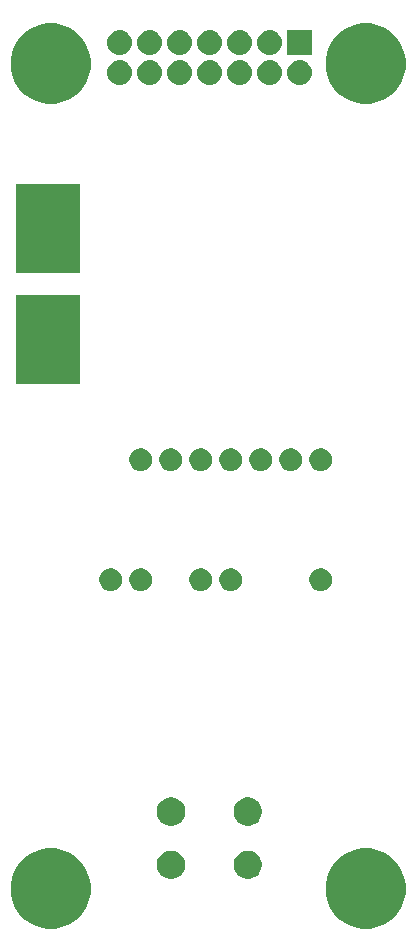
<source format=gbs>
G04 #@! TF.GenerationSoftware,KiCad,Pcbnew,5.0.1-33cea8e~68~ubuntu14.04.1*
G04 #@! TF.CreationDate,2018-11-20T22:43:19-08:00*
G04 #@! TF.ProjectId,count,636F756E742E6B696361645F70636200,rev?*
G04 #@! TF.SameCoordinates,Original*
G04 #@! TF.FileFunction,Soldermask,Bot*
G04 #@! TF.FilePolarity,Negative*
%FSLAX46Y46*%
G04 Gerber Fmt 4.6, Leading zero omitted, Abs format (unit mm)*
G04 Created by KiCad (PCBNEW 5.0.1-33cea8e~68~ubuntu14.04.1) date Tue 20 Nov 2018 10:43:19 PM PST*
%MOMM*%
%LPD*%
G01*
G04 APERTURE LIST*
%ADD10C,0.100000*%
G04 APERTURE END LIST*
D10*
G36*
X155677743Y-163354660D02*
X156296503Y-163610958D01*
X156853377Y-163983050D01*
X157326950Y-164456623D01*
X157699042Y-165013497D01*
X157955340Y-165632257D01*
X158086000Y-166289128D01*
X158086000Y-166958872D01*
X157955340Y-167615743D01*
X157699042Y-168234503D01*
X157326950Y-168791377D01*
X156853377Y-169264950D01*
X156296503Y-169637042D01*
X155677743Y-169893340D01*
X155020872Y-170024000D01*
X154351128Y-170024000D01*
X153694257Y-169893340D01*
X153075497Y-169637042D01*
X152518623Y-169264950D01*
X152045050Y-168791377D01*
X151672958Y-168234503D01*
X151416660Y-167615743D01*
X151286000Y-166958872D01*
X151286000Y-166289128D01*
X151416660Y-165632257D01*
X151672958Y-165013497D01*
X152045050Y-164456623D01*
X152518623Y-163983050D01*
X153075497Y-163610958D01*
X153694257Y-163354660D01*
X154351128Y-163224000D01*
X155020872Y-163224000D01*
X155677743Y-163354660D01*
X155677743Y-163354660D01*
G37*
G36*
X129007743Y-163354660D02*
X129626503Y-163610958D01*
X130183377Y-163983050D01*
X130656950Y-164456623D01*
X131029042Y-165013497D01*
X131285340Y-165632257D01*
X131416000Y-166289128D01*
X131416000Y-166958872D01*
X131285340Y-167615743D01*
X131029042Y-168234503D01*
X130656950Y-168791377D01*
X130183377Y-169264950D01*
X129626503Y-169637042D01*
X129007743Y-169893340D01*
X128350872Y-170024000D01*
X127681128Y-170024000D01*
X127024257Y-169893340D01*
X126405497Y-169637042D01*
X125848623Y-169264950D01*
X125375050Y-168791377D01*
X125002958Y-168234503D01*
X124746660Y-167615743D01*
X124616000Y-166958872D01*
X124616000Y-166289128D01*
X124746660Y-165632257D01*
X125002958Y-165013497D01*
X125375050Y-164456623D01*
X125848623Y-163983050D01*
X126405497Y-163610958D01*
X127024257Y-163354660D01*
X127681128Y-163224000D01*
X128350872Y-163224000D01*
X129007743Y-163354660D01*
X129007743Y-163354660D01*
G37*
G36*
X138550026Y-163446115D02*
X138768412Y-163536573D01*
X138964958Y-163667901D01*
X139132099Y-163835042D01*
X139263427Y-164031588D01*
X139353885Y-164249974D01*
X139400000Y-164481809D01*
X139400000Y-164718191D01*
X139353885Y-164950026D01*
X139263427Y-165168412D01*
X139132099Y-165364958D01*
X138964958Y-165532099D01*
X138768412Y-165663427D01*
X138550026Y-165753885D01*
X138318191Y-165800000D01*
X138081809Y-165800000D01*
X137849974Y-165753885D01*
X137631588Y-165663427D01*
X137435042Y-165532099D01*
X137267901Y-165364958D01*
X137136573Y-165168412D01*
X137046115Y-164950026D01*
X137000000Y-164718191D01*
X137000000Y-164481809D01*
X137046115Y-164249974D01*
X137136573Y-164031588D01*
X137267901Y-163835042D01*
X137435042Y-163667901D01*
X137631588Y-163536573D01*
X137849974Y-163446115D01*
X138081809Y-163400000D01*
X138318191Y-163400000D01*
X138550026Y-163446115D01*
X138550026Y-163446115D01*
G37*
G36*
X145050026Y-163446115D02*
X145268412Y-163536573D01*
X145464958Y-163667901D01*
X145632099Y-163835042D01*
X145763427Y-164031588D01*
X145853885Y-164249974D01*
X145900000Y-164481809D01*
X145900000Y-164718191D01*
X145853885Y-164950026D01*
X145763427Y-165168412D01*
X145632099Y-165364958D01*
X145464958Y-165532099D01*
X145268412Y-165663427D01*
X145050026Y-165753885D01*
X144818191Y-165800000D01*
X144581809Y-165800000D01*
X144349974Y-165753885D01*
X144131588Y-165663427D01*
X143935042Y-165532099D01*
X143767901Y-165364958D01*
X143636573Y-165168412D01*
X143546115Y-164950026D01*
X143500000Y-164718191D01*
X143500000Y-164481809D01*
X143546115Y-164249974D01*
X143636573Y-164031588D01*
X143767901Y-163835042D01*
X143935042Y-163667901D01*
X144131588Y-163536573D01*
X144349974Y-163446115D01*
X144581809Y-163400000D01*
X144818191Y-163400000D01*
X145050026Y-163446115D01*
X145050026Y-163446115D01*
G37*
G36*
X138550026Y-158946115D02*
X138768412Y-159036573D01*
X138964958Y-159167901D01*
X139132099Y-159335042D01*
X139263427Y-159531588D01*
X139353885Y-159749974D01*
X139400000Y-159981809D01*
X139400000Y-160218191D01*
X139353885Y-160450026D01*
X139263427Y-160668412D01*
X139132099Y-160864958D01*
X138964958Y-161032099D01*
X138768412Y-161163427D01*
X138550026Y-161253885D01*
X138318191Y-161300000D01*
X138081809Y-161300000D01*
X137849974Y-161253885D01*
X137631588Y-161163427D01*
X137435042Y-161032099D01*
X137267901Y-160864958D01*
X137136573Y-160668412D01*
X137046115Y-160450026D01*
X137000000Y-160218191D01*
X137000000Y-159981809D01*
X137046115Y-159749974D01*
X137136573Y-159531588D01*
X137267901Y-159335042D01*
X137435042Y-159167901D01*
X137631588Y-159036573D01*
X137849974Y-158946115D01*
X138081809Y-158900000D01*
X138318191Y-158900000D01*
X138550026Y-158946115D01*
X138550026Y-158946115D01*
G37*
G36*
X145050026Y-158946115D02*
X145268412Y-159036573D01*
X145464958Y-159167901D01*
X145632099Y-159335042D01*
X145763427Y-159531588D01*
X145853885Y-159749974D01*
X145900000Y-159981809D01*
X145900000Y-160218191D01*
X145853885Y-160450026D01*
X145763427Y-160668412D01*
X145632099Y-160864958D01*
X145464958Y-161032099D01*
X145268412Y-161163427D01*
X145050026Y-161253885D01*
X144818191Y-161300000D01*
X144581809Y-161300000D01*
X144349974Y-161253885D01*
X144131588Y-161163427D01*
X143935042Y-161032099D01*
X143767901Y-160864958D01*
X143636573Y-160668412D01*
X143546115Y-160450026D01*
X143500000Y-160218191D01*
X143500000Y-159981809D01*
X143546115Y-159749974D01*
X143636573Y-159531588D01*
X143767901Y-159335042D01*
X143935042Y-159167901D01*
X144131588Y-159036573D01*
X144349974Y-158946115D01*
X144581809Y-158900000D01*
X144818191Y-158900000D01*
X145050026Y-158946115D01*
X145050026Y-158946115D01*
G37*
G36*
X133376603Y-139536968D02*
X133376606Y-139536969D01*
X133376605Y-139536969D01*
X133551678Y-139609486D01*
X133551679Y-139609487D01*
X133709241Y-139714767D01*
X133843233Y-139848759D01*
X133843234Y-139848761D01*
X133948514Y-140006322D01*
X134004603Y-140141734D01*
X134021032Y-140181397D01*
X134058000Y-140367250D01*
X134058000Y-140556750D01*
X134021032Y-140742603D01*
X134021031Y-140742605D01*
X133948514Y-140917678D01*
X133948513Y-140917679D01*
X133843233Y-141075241D01*
X133709241Y-141209233D01*
X133629923Y-141262232D01*
X133551678Y-141314514D01*
X133416266Y-141370603D01*
X133376603Y-141387032D01*
X133190750Y-141424000D01*
X133001250Y-141424000D01*
X132815397Y-141387032D01*
X132775734Y-141370603D01*
X132640322Y-141314514D01*
X132562077Y-141262232D01*
X132482759Y-141209233D01*
X132348767Y-141075241D01*
X132243487Y-140917679D01*
X132243486Y-140917678D01*
X132170969Y-140742605D01*
X132170968Y-140742603D01*
X132134000Y-140556750D01*
X132134000Y-140367250D01*
X132170968Y-140181397D01*
X132187397Y-140141734D01*
X132243486Y-140006322D01*
X132348766Y-139848761D01*
X132348767Y-139848759D01*
X132482759Y-139714767D01*
X132640321Y-139609487D01*
X132640322Y-139609486D01*
X132815395Y-139536969D01*
X132815394Y-139536969D01*
X132815397Y-139536968D01*
X133001250Y-139500000D01*
X133190750Y-139500000D01*
X133376603Y-139536968D01*
X133376603Y-139536968D01*
G37*
G36*
X135916603Y-139536968D02*
X135916606Y-139536969D01*
X135916605Y-139536969D01*
X136091678Y-139609486D01*
X136091679Y-139609487D01*
X136249241Y-139714767D01*
X136383233Y-139848759D01*
X136383234Y-139848761D01*
X136488514Y-140006322D01*
X136544603Y-140141734D01*
X136561032Y-140181397D01*
X136598000Y-140367250D01*
X136598000Y-140556750D01*
X136561032Y-140742603D01*
X136561031Y-140742605D01*
X136488514Y-140917678D01*
X136488513Y-140917679D01*
X136383233Y-141075241D01*
X136249241Y-141209233D01*
X136169923Y-141262232D01*
X136091678Y-141314514D01*
X135956266Y-141370603D01*
X135916603Y-141387032D01*
X135730750Y-141424000D01*
X135541250Y-141424000D01*
X135355397Y-141387032D01*
X135315734Y-141370603D01*
X135180322Y-141314514D01*
X135102077Y-141262232D01*
X135022759Y-141209233D01*
X134888767Y-141075241D01*
X134783487Y-140917679D01*
X134783486Y-140917678D01*
X134710969Y-140742605D01*
X134710968Y-140742603D01*
X134674000Y-140556750D01*
X134674000Y-140367250D01*
X134710968Y-140181397D01*
X134727397Y-140141734D01*
X134783486Y-140006322D01*
X134888766Y-139848761D01*
X134888767Y-139848759D01*
X135022759Y-139714767D01*
X135180321Y-139609487D01*
X135180322Y-139609486D01*
X135355395Y-139536969D01*
X135355394Y-139536969D01*
X135355397Y-139536968D01*
X135541250Y-139500000D01*
X135730750Y-139500000D01*
X135916603Y-139536968D01*
X135916603Y-139536968D01*
G37*
G36*
X140996603Y-139536968D02*
X140996606Y-139536969D01*
X140996605Y-139536969D01*
X141171678Y-139609486D01*
X141171679Y-139609487D01*
X141329241Y-139714767D01*
X141463233Y-139848759D01*
X141463234Y-139848761D01*
X141568514Y-140006322D01*
X141624603Y-140141734D01*
X141641032Y-140181397D01*
X141678000Y-140367250D01*
X141678000Y-140556750D01*
X141641032Y-140742603D01*
X141641031Y-140742605D01*
X141568514Y-140917678D01*
X141568513Y-140917679D01*
X141463233Y-141075241D01*
X141329241Y-141209233D01*
X141249923Y-141262232D01*
X141171678Y-141314514D01*
X141036266Y-141370603D01*
X140996603Y-141387032D01*
X140810750Y-141424000D01*
X140621250Y-141424000D01*
X140435397Y-141387032D01*
X140395734Y-141370603D01*
X140260322Y-141314514D01*
X140182077Y-141262232D01*
X140102759Y-141209233D01*
X139968767Y-141075241D01*
X139863487Y-140917679D01*
X139863486Y-140917678D01*
X139790969Y-140742605D01*
X139790968Y-140742603D01*
X139754000Y-140556750D01*
X139754000Y-140367250D01*
X139790968Y-140181397D01*
X139807397Y-140141734D01*
X139863486Y-140006322D01*
X139968766Y-139848761D01*
X139968767Y-139848759D01*
X140102759Y-139714767D01*
X140260321Y-139609487D01*
X140260322Y-139609486D01*
X140435395Y-139536969D01*
X140435394Y-139536969D01*
X140435397Y-139536968D01*
X140621250Y-139500000D01*
X140810750Y-139500000D01*
X140996603Y-139536968D01*
X140996603Y-139536968D01*
G37*
G36*
X143536603Y-139536968D02*
X143536606Y-139536969D01*
X143536605Y-139536969D01*
X143711678Y-139609486D01*
X143711679Y-139609487D01*
X143869241Y-139714767D01*
X144003233Y-139848759D01*
X144003234Y-139848761D01*
X144108514Y-140006322D01*
X144164603Y-140141734D01*
X144181032Y-140181397D01*
X144218000Y-140367250D01*
X144218000Y-140556750D01*
X144181032Y-140742603D01*
X144181031Y-140742605D01*
X144108514Y-140917678D01*
X144108513Y-140917679D01*
X144003233Y-141075241D01*
X143869241Y-141209233D01*
X143789923Y-141262232D01*
X143711678Y-141314514D01*
X143576266Y-141370603D01*
X143536603Y-141387032D01*
X143350750Y-141424000D01*
X143161250Y-141424000D01*
X142975397Y-141387032D01*
X142935734Y-141370603D01*
X142800322Y-141314514D01*
X142722077Y-141262232D01*
X142642759Y-141209233D01*
X142508767Y-141075241D01*
X142403487Y-140917679D01*
X142403486Y-140917678D01*
X142330969Y-140742605D01*
X142330968Y-140742603D01*
X142294000Y-140556750D01*
X142294000Y-140367250D01*
X142330968Y-140181397D01*
X142347397Y-140141734D01*
X142403486Y-140006322D01*
X142508766Y-139848761D01*
X142508767Y-139848759D01*
X142642759Y-139714767D01*
X142800321Y-139609487D01*
X142800322Y-139609486D01*
X142975395Y-139536969D01*
X142975394Y-139536969D01*
X142975397Y-139536968D01*
X143161250Y-139500000D01*
X143350750Y-139500000D01*
X143536603Y-139536968D01*
X143536603Y-139536968D01*
G37*
G36*
X151156603Y-139536968D02*
X151156606Y-139536969D01*
X151156605Y-139536969D01*
X151331678Y-139609486D01*
X151331679Y-139609487D01*
X151489241Y-139714767D01*
X151623233Y-139848759D01*
X151623234Y-139848761D01*
X151728514Y-140006322D01*
X151784603Y-140141734D01*
X151801032Y-140181397D01*
X151838000Y-140367250D01*
X151838000Y-140556750D01*
X151801032Y-140742603D01*
X151801031Y-140742605D01*
X151728514Y-140917678D01*
X151728513Y-140917679D01*
X151623233Y-141075241D01*
X151489241Y-141209233D01*
X151409923Y-141262232D01*
X151331678Y-141314514D01*
X151196266Y-141370603D01*
X151156603Y-141387032D01*
X150970750Y-141424000D01*
X150781250Y-141424000D01*
X150595397Y-141387032D01*
X150555734Y-141370603D01*
X150420322Y-141314514D01*
X150342077Y-141262232D01*
X150262759Y-141209233D01*
X150128767Y-141075241D01*
X150023487Y-140917679D01*
X150023486Y-140917678D01*
X149950969Y-140742605D01*
X149950968Y-140742603D01*
X149914000Y-140556750D01*
X149914000Y-140367250D01*
X149950968Y-140181397D01*
X149967397Y-140141734D01*
X150023486Y-140006322D01*
X150128766Y-139848761D01*
X150128767Y-139848759D01*
X150262759Y-139714767D01*
X150420321Y-139609487D01*
X150420322Y-139609486D01*
X150595395Y-139536969D01*
X150595394Y-139536969D01*
X150595397Y-139536968D01*
X150781250Y-139500000D01*
X150970750Y-139500000D01*
X151156603Y-139536968D01*
X151156603Y-139536968D01*
G37*
G36*
X140996603Y-129376968D02*
X140996606Y-129376969D01*
X140996605Y-129376969D01*
X141171678Y-129449486D01*
X141171679Y-129449487D01*
X141329241Y-129554767D01*
X141463233Y-129688759D01*
X141463234Y-129688761D01*
X141568514Y-129846322D01*
X141624603Y-129981734D01*
X141641032Y-130021397D01*
X141678000Y-130207250D01*
X141678000Y-130396750D01*
X141641032Y-130582603D01*
X141641031Y-130582605D01*
X141568514Y-130757678D01*
X141568513Y-130757679D01*
X141463233Y-130915241D01*
X141329241Y-131049233D01*
X141249923Y-131102232D01*
X141171678Y-131154514D01*
X141036266Y-131210603D01*
X140996603Y-131227032D01*
X140810750Y-131264000D01*
X140621250Y-131264000D01*
X140435397Y-131227032D01*
X140395734Y-131210603D01*
X140260322Y-131154514D01*
X140182077Y-131102232D01*
X140102759Y-131049233D01*
X139968767Y-130915241D01*
X139863487Y-130757679D01*
X139863486Y-130757678D01*
X139790969Y-130582605D01*
X139790968Y-130582603D01*
X139754000Y-130396750D01*
X139754000Y-130207250D01*
X139790968Y-130021397D01*
X139807397Y-129981734D01*
X139863486Y-129846322D01*
X139968766Y-129688761D01*
X139968767Y-129688759D01*
X140102759Y-129554767D01*
X140260321Y-129449487D01*
X140260322Y-129449486D01*
X140435395Y-129376969D01*
X140435394Y-129376969D01*
X140435397Y-129376968D01*
X140621250Y-129340000D01*
X140810750Y-129340000D01*
X140996603Y-129376968D01*
X140996603Y-129376968D01*
G37*
G36*
X151156603Y-129376968D02*
X151156606Y-129376969D01*
X151156605Y-129376969D01*
X151331678Y-129449486D01*
X151331679Y-129449487D01*
X151489241Y-129554767D01*
X151623233Y-129688759D01*
X151623234Y-129688761D01*
X151728514Y-129846322D01*
X151784603Y-129981734D01*
X151801032Y-130021397D01*
X151838000Y-130207250D01*
X151838000Y-130396750D01*
X151801032Y-130582603D01*
X151801031Y-130582605D01*
X151728514Y-130757678D01*
X151728513Y-130757679D01*
X151623233Y-130915241D01*
X151489241Y-131049233D01*
X151409923Y-131102232D01*
X151331678Y-131154514D01*
X151196266Y-131210603D01*
X151156603Y-131227032D01*
X150970750Y-131264000D01*
X150781250Y-131264000D01*
X150595397Y-131227032D01*
X150555734Y-131210603D01*
X150420322Y-131154514D01*
X150342077Y-131102232D01*
X150262759Y-131049233D01*
X150128767Y-130915241D01*
X150023487Y-130757679D01*
X150023486Y-130757678D01*
X149950969Y-130582605D01*
X149950968Y-130582603D01*
X149914000Y-130396750D01*
X149914000Y-130207250D01*
X149950968Y-130021397D01*
X149967397Y-129981734D01*
X150023486Y-129846322D01*
X150128766Y-129688761D01*
X150128767Y-129688759D01*
X150262759Y-129554767D01*
X150420321Y-129449487D01*
X150420322Y-129449486D01*
X150595395Y-129376969D01*
X150595394Y-129376969D01*
X150595397Y-129376968D01*
X150781250Y-129340000D01*
X150970750Y-129340000D01*
X151156603Y-129376968D01*
X151156603Y-129376968D01*
G37*
G36*
X148616603Y-129376968D02*
X148616606Y-129376969D01*
X148616605Y-129376969D01*
X148791678Y-129449486D01*
X148791679Y-129449487D01*
X148949241Y-129554767D01*
X149083233Y-129688759D01*
X149083234Y-129688761D01*
X149188514Y-129846322D01*
X149244603Y-129981734D01*
X149261032Y-130021397D01*
X149298000Y-130207250D01*
X149298000Y-130396750D01*
X149261032Y-130582603D01*
X149261031Y-130582605D01*
X149188514Y-130757678D01*
X149188513Y-130757679D01*
X149083233Y-130915241D01*
X148949241Y-131049233D01*
X148869923Y-131102232D01*
X148791678Y-131154514D01*
X148656266Y-131210603D01*
X148616603Y-131227032D01*
X148430750Y-131264000D01*
X148241250Y-131264000D01*
X148055397Y-131227032D01*
X148015734Y-131210603D01*
X147880322Y-131154514D01*
X147802077Y-131102232D01*
X147722759Y-131049233D01*
X147588767Y-130915241D01*
X147483487Y-130757679D01*
X147483486Y-130757678D01*
X147410969Y-130582605D01*
X147410968Y-130582603D01*
X147374000Y-130396750D01*
X147374000Y-130207250D01*
X147410968Y-130021397D01*
X147427397Y-129981734D01*
X147483486Y-129846322D01*
X147588766Y-129688761D01*
X147588767Y-129688759D01*
X147722759Y-129554767D01*
X147880321Y-129449487D01*
X147880322Y-129449486D01*
X148055395Y-129376969D01*
X148055394Y-129376969D01*
X148055397Y-129376968D01*
X148241250Y-129340000D01*
X148430750Y-129340000D01*
X148616603Y-129376968D01*
X148616603Y-129376968D01*
G37*
G36*
X146076603Y-129376968D02*
X146076606Y-129376969D01*
X146076605Y-129376969D01*
X146251678Y-129449486D01*
X146251679Y-129449487D01*
X146409241Y-129554767D01*
X146543233Y-129688759D01*
X146543234Y-129688761D01*
X146648514Y-129846322D01*
X146704603Y-129981734D01*
X146721032Y-130021397D01*
X146758000Y-130207250D01*
X146758000Y-130396750D01*
X146721032Y-130582603D01*
X146721031Y-130582605D01*
X146648514Y-130757678D01*
X146648513Y-130757679D01*
X146543233Y-130915241D01*
X146409241Y-131049233D01*
X146329923Y-131102232D01*
X146251678Y-131154514D01*
X146116266Y-131210603D01*
X146076603Y-131227032D01*
X145890750Y-131264000D01*
X145701250Y-131264000D01*
X145515397Y-131227032D01*
X145475734Y-131210603D01*
X145340322Y-131154514D01*
X145262077Y-131102232D01*
X145182759Y-131049233D01*
X145048767Y-130915241D01*
X144943487Y-130757679D01*
X144943486Y-130757678D01*
X144870969Y-130582605D01*
X144870968Y-130582603D01*
X144834000Y-130396750D01*
X144834000Y-130207250D01*
X144870968Y-130021397D01*
X144887397Y-129981734D01*
X144943486Y-129846322D01*
X145048766Y-129688761D01*
X145048767Y-129688759D01*
X145182759Y-129554767D01*
X145340321Y-129449487D01*
X145340322Y-129449486D01*
X145515395Y-129376969D01*
X145515394Y-129376969D01*
X145515397Y-129376968D01*
X145701250Y-129340000D01*
X145890750Y-129340000D01*
X146076603Y-129376968D01*
X146076603Y-129376968D01*
G37*
G36*
X143536603Y-129376968D02*
X143536606Y-129376969D01*
X143536605Y-129376969D01*
X143711678Y-129449486D01*
X143711679Y-129449487D01*
X143869241Y-129554767D01*
X144003233Y-129688759D01*
X144003234Y-129688761D01*
X144108514Y-129846322D01*
X144164603Y-129981734D01*
X144181032Y-130021397D01*
X144218000Y-130207250D01*
X144218000Y-130396750D01*
X144181032Y-130582603D01*
X144181031Y-130582605D01*
X144108514Y-130757678D01*
X144108513Y-130757679D01*
X144003233Y-130915241D01*
X143869241Y-131049233D01*
X143789923Y-131102232D01*
X143711678Y-131154514D01*
X143576266Y-131210603D01*
X143536603Y-131227032D01*
X143350750Y-131264000D01*
X143161250Y-131264000D01*
X142975397Y-131227032D01*
X142935734Y-131210603D01*
X142800322Y-131154514D01*
X142722077Y-131102232D01*
X142642759Y-131049233D01*
X142508767Y-130915241D01*
X142403487Y-130757679D01*
X142403486Y-130757678D01*
X142330969Y-130582605D01*
X142330968Y-130582603D01*
X142294000Y-130396750D01*
X142294000Y-130207250D01*
X142330968Y-130021397D01*
X142347397Y-129981734D01*
X142403486Y-129846322D01*
X142508766Y-129688761D01*
X142508767Y-129688759D01*
X142642759Y-129554767D01*
X142800321Y-129449487D01*
X142800322Y-129449486D01*
X142975395Y-129376969D01*
X142975394Y-129376969D01*
X142975397Y-129376968D01*
X143161250Y-129340000D01*
X143350750Y-129340000D01*
X143536603Y-129376968D01*
X143536603Y-129376968D01*
G37*
G36*
X138456603Y-129376968D02*
X138456606Y-129376969D01*
X138456605Y-129376969D01*
X138631678Y-129449486D01*
X138631679Y-129449487D01*
X138789241Y-129554767D01*
X138923233Y-129688759D01*
X138923234Y-129688761D01*
X139028514Y-129846322D01*
X139084603Y-129981734D01*
X139101032Y-130021397D01*
X139138000Y-130207250D01*
X139138000Y-130396750D01*
X139101032Y-130582603D01*
X139101031Y-130582605D01*
X139028514Y-130757678D01*
X139028513Y-130757679D01*
X138923233Y-130915241D01*
X138789241Y-131049233D01*
X138709923Y-131102232D01*
X138631678Y-131154514D01*
X138496266Y-131210603D01*
X138456603Y-131227032D01*
X138270750Y-131264000D01*
X138081250Y-131264000D01*
X137895397Y-131227032D01*
X137855734Y-131210603D01*
X137720322Y-131154514D01*
X137642077Y-131102232D01*
X137562759Y-131049233D01*
X137428767Y-130915241D01*
X137323487Y-130757679D01*
X137323486Y-130757678D01*
X137250969Y-130582605D01*
X137250968Y-130582603D01*
X137214000Y-130396750D01*
X137214000Y-130207250D01*
X137250968Y-130021397D01*
X137267397Y-129981734D01*
X137323486Y-129846322D01*
X137428766Y-129688761D01*
X137428767Y-129688759D01*
X137562759Y-129554767D01*
X137720321Y-129449487D01*
X137720322Y-129449486D01*
X137895395Y-129376969D01*
X137895394Y-129376969D01*
X137895397Y-129376968D01*
X138081250Y-129340000D01*
X138270750Y-129340000D01*
X138456603Y-129376968D01*
X138456603Y-129376968D01*
G37*
G36*
X135916603Y-129376968D02*
X135916606Y-129376969D01*
X135916605Y-129376969D01*
X136091678Y-129449486D01*
X136091679Y-129449487D01*
X136249241Y-129554767D01*
X136383233Y-129688759D01*
X136383234Y-129688761D01*
X136488514Y-129846322D01*
X136544603Y-129981734D01*
X136561032Y-130021397D01*
X136598000Y-130207250D01*
X136598000Y-130396750D01*
X136561032Y-130582603D01*
X136561031Y-130582605D01*
X136488514Y-130757678D01*
X136488513Y-130757679D01*
X136383233Y-130915241D01*
X136249241Y-131049233D01*
X136169923Y-131102232D01*
X136091678Y-131154514D01*
X135956266Y-131210603D01*
X135916603Y-131227032D01*
X135730750Y-131264000D01*
X135541250Y-131264000D01*
X135355397Y-131227032D01*
X135315734Y-131210603D01*
X135180322Y-131154514D01*
X135102077Y-131102232D01*
X135022759Y-131049233D01*
X134888767Y-130915241D01*
X134783487Y-130757679D01*
X134783486Y-130757678D01*
X134710969Y-130582605D01*
X134710968Y-130582603D01*
X134674000Y-130396750D01*
X134674000Y-130207250D01*
X134710968Y-130021397D01*
X134727397Y-129981734D01*
X134783486Y-129846322D01*
X134888766Y-129688761D01*
X134888767Y-129688759D01*
X135022759Y-129554767D01*
X135180321Y-129449487D01*
X135180322Y-129449486D01*
X135355395Y-129376969D01*
X135355394Y-129376969D01*
X135355397Y-129376968D01*
X135541250Y-129340000D01*
X135730750Y-129340000D01*
X135916603Y-129376968D01*
X135916603Y-129376968D01*
G37*
G36*
X130462000Y-123882000D02*
X125062000Y-123882000D01*
X125062000Y-116402000D01*
X130462000Y-116402000D01*
X130462000Y-123882000D01*
X130462000Y-123882000D01*
G37*
G36*
X130462000Y-114484000D02*
X125062000Y-114484000D01*
X125062000Y-107004000D01*
X130462000Y-107004000D01*
X130462000Y-114484000D01*
X130462000Y-114484000D01*
G37*
G36*
X129007743Y-93504660D02*
X129626503Y-93760958D01*
X130183377Y-94133050D01*
X130656950Y-94606623D01*
X131029042Y-95163497D01*
X131285340Y-95782257D01*
X131416000Y-96439128D01*
X131416000Y-97108872D01*
X131285340Y-97765743D01*
X131029042Y-98384503D01*
X130656950Y-98941377D01*
X130183377Y-99414950D01*
X129626503Y-99787042D01*
X129007743Y-100043340D01*
X128350872Y-100174000D01*
X127681128Y-100174000D01*
X127024257Y-100043340D01*
X126405497Y-99787042D01*
X125848623Y-99414950D01*
X125375050Y-98941377D01*
X125002958Y-98384503D01*
X124746660Y-97765743D01*
X124616000Y-97108872D01*
X124616000Y-96439128D01*
X124746660Y-95782257D01*
X125002958Y-95163497D01*
X125375050Y-94606623D01*
X125848623Y-94133050D01*
X126405497Y-93760958D01*
X127024257Y-93504660D01*
X127681128Y-93374000D01*
X128350872Y-93374000D01*
X129007743Y-93504660D01*
X129007743Y-93504660D01*
G37*
G36*
X155677743Y-93504660D02*
X156296503Y-93760958D01*
X156853377Y-94133050D01*
X157326950Y-94606623D01*
X157699042Y-95163497D01*
X157955340Y-95782257D01*
X158086000Y-96439128D01*
X158086000Y-97108872D01*
X157955340Y-97765743D01*
X157699042Y-98384503D01*
X157326950Y-98941377D01*
X156853377Y-99414950D01*
X156296503Y-99787042D01*
X155677743Y-100043340D01*
X155020872Y-100174000D01*
X154351128Y-100174000D01*
X153694257Y-100043340D01*
X153075497Y-99787042D01*
X152518623Y-99414950D01*
X152045050Y-98941377D01*
X151672958Y-98384503D01*
X151416660Y-97765743D01*
X151286000Y-97108872D01*
X151286000Y-96439128D01*
X151416660Y-95782257D01*
X151672958Y-95163497D01*
X152045050Y-94606623D01*
X152518623Y-94133050D01*
X153075497Y-93760958D01*
X153694257Y-93504660D01*
X154351128Y-93374000D01*
X155020872Y-93374000D01*
X155677743Y-93504660D01*
X155677743Y-93504660D01*
G37*
G36*
X139066707Y-96493596D02*
X139143836Y-96501193D01*
X139275787Y-96541220D01*
X139341763Y-96561233D01*
X139524172Y-96658733D01*
X139684054Y-96789946D01*
X139815267Y-96949828D01*
X139912767Y-97132237D01*
X139912767Y-97132238D01*
X139972807Y-97330164D01*
X139993080Y-97536000D01*
X139972807Y-97741836D01*
X139932780Y-97873787D01*
X139912767Y-97939763D01*
X139815267Y-98122172D01*
X139684054Y-98282054D01*
X139524172Y-98413267D01*
X139341763Y-98510767D01*
X139275787Y-98530780D01*
X139143836Y-98570807D01*
X139066707Y-98578403D01*
X138989580Y-98586000D01*
X138886420Y-98586000D01*
X138809293Y-98578403D01*
X138732164Y-98570807D01*
X138600213Y-98530780D01*
X138534237Y-98510767D01*
X138351828Y-98413267D01*
X138191946Y-98282054D01*
X138060733Y-98122172D01*
X137963233Y-97939763D01*
X137943220Y-97873787D01*
X137903193Y-97741836D01*
X137882920Y-97536000D01*
X137903193Y-97330164D01*
X137963233Y-97132238D01*
X137963233Y-97132237D01*
X138060733Y-96949828D01*
X138191946Y-96789946D01*
X138351828Y-96658733D01*
X138534237Y-96561233D01*
X138600213Y-96541220D01*
X138732164Y-96501193D01*
X138809293Y-96493596D01*
X138886420Y-96486000D01*
X138989580Y-96486000D01*
X139066707Y-96493596D01*
X139066707Y-96493596D01*
G37*
G36*
X149226707Y-96493596D02*
X149303836Y-96501193D01*
X149435787Y-96541220D01*
X149501763Y-96561233D01*
X149684172Y-96658733D01*
X149844054Y-96789946D01*
X149975267Y-96949828D01*
X150072767Y-97132237D01*
X150072767Y-97132238D01*
X150132807Y-97330164D01*
X150153080Y-97536000D01*
X150132807Y-97741836D01*
X150092780Y-97873787D01*
X150072767Y-97939763D01*
X149975267Y-98122172D01*
X149844054Y-98282054D01*
X149684172Y-98413267D01*
X149501763Y-98510767D01*
X149435787Y-98530780D01*
X149303836Y-98570807D01*
X149226707Y-98578403D01*
X149149580Y-98586000D01*
X149046420Y-98586000D01*
X148969293Y-98578403D01*
X148892164Y-98570807D01*
X148760213Y-98530780D01*
X148694237Y-98510767D01*
X148511828Y-98413267D01*
X148351946Y-98282054D01*
X148220733Y-98122172D01*
X148123233Y-97939763D01*
X148103220Y-97873787D01*
X148063193Y-97741836D01*
X148042920Y-97536000D01*
X148063193Y-97330164D01*
X148123233Y-97132238D01*
X148123233Y-97132237D01*
X148220733Y-96949828D01*
X148351946Y-96789946D01*
X148511828Y-96658733D01*
X148694237Y-96561233D01*
X148760213Y-96541220D01*
X148892164Y-96501193D01*
X148969293Y-96493596D01*
X149046420Y-96486000D01*
X149149580Y-96486000D01*
X149226707Y-96493596D01*
X149226707Y-96493596D01*
G37*
G36*
X146686707Y-96493596D02*
X146763836Y-96501193D01*
X146895787Y-96541220D01*
X146961763Y-96561233D01*
X147144172Y-96658733D01*
X147304054Y-96789946D01*
X147435267Y-96949828D01*
X147532767Y-97132237D01*
X147532767Y-97132238D01*
X147592807Y-97330164D01*
X147613080Y-97536000D01*
X147592807Y-97741836D01*
X147552780Y-97873787D01*
X147532767Y-97939763D01*
X147435267Y-98122172D01*
X147304054Y-98282054D01*
X147144172Y-98413267D01*
X146961763Y-98510767D01*
X146895787Y-98530780D01*
X146763836Y-98570807D01*
X146686707Y-98578403D01*
X146609580Y-98586000D01*
X146506420Y-98586000D01*
X146429293Y-98578403D01*
X146352164Y-98570807D01*
X146220213Y-98530780D01*
X146154237Y-98510767D01*
X145971828Y-98413267D01*
X145811946Y-98282054D01*
X145680733Y-98122172D01*
X145583233Y-97939763D01*
X145563220Y-97873787D01*
X145523193Y-97741836D01*
X145502920Y-97536000D01*
X145523193Y-97330164D01*
X145583233Y-97132238D01*
X145583233Y-97132237D01*
X145680733Y-96949828D01*
X145811946Y-96789946D01*
X145971828Y-96658733D01*
X146154237Y-96561233D01*
X146220213Y-96541220D01*
X146352164Y-96501193D01*
X146429293Y-96493596D01*
X146506420Y-96486000D01*
X146609580Y-96486000D01*
X146686707Y-96493596D01*
X146686707Y-96493596D01*
G37*
G36*
X133986707Y-96493596D02*
X134063836Y-96501193D01*
X134195787Y-96541220D01*
X134261763Y-96561233D01*
X134444172Y-96658733D01*
X134604054Y-96789946D01*
X134735267Y-96949828D01*
X134832767Y-97132237D01*
X134832767Y-97132238D01*
X134892807Y-97330164D01*
X134913080Y-97536000D01*
X134892807Y-97741836D01*
X134852780Y-97873787D01*
X134832767Y-97939763D01*
X134735267Y-98122172D01*
X134604054Y-98282054D01*
X134444172Y-98413267D01*
X134261763Y-98510767D01*
X134195787Y-98530780D01*
X134063836Y-98570807D01*
X133986707Y-98578403D01*
X133909580Y-98586000D01*
X133806420Y-98586000D01*
X133729293Y-98578403D01*
X133652164Y-98570807D01*
X133520213Y-98530780D01*
X133454237Y-98510767D01*
X133271828Y-98413267D01*
X133111946Y-98282054D01*
X132980733Y-98122172D01*
X132883233Y-97939763D01*
X132863220Y-97873787D01*
X132823193Y-97741836D01*
X132802920Y-97536000D01*
X132823193Y-97330164D01*
X132883233Y-97132238D01*
X132883233Y-97132237D01*
X132980733Y-96949828D01*
X133111946Y-96789946D01*
X133271828Y-96658733D01*
X133454237Y-96561233D01*
X133520213Y-96541220D01*
X133652164Y-96501193D01*
X133729293Y-96493596D01*
X133806420Y-96486000D01*
X133909580Y-96486000D01*
X133986707Y-96493596D01*
X133986707Y-96493596D01*
G37*
G36*
X144146707Y-96493596D02*
X144223836Y-96501193D01*
X144355787Y-96541220D01*
X144421763Y-96561233D01*
X144604172Y-96658733D01*
X144764054Y-96789946D01*
X144895267Y-96949828D01*
X144992767Y-97132237D01*
X144992767Y-97132238D01*
X145052807Y-97330164D01*
X145073080Y-97536000D01*
X145052807Y-97741836D01*
X145012780Y-97873787D01*
X144992767Y-97939763D01*
X144895267Y-98122172D01*
X144764054Y-98282054D01*
X144604172Y-98413267D01*
X144421763Y-98510767D01*
X144355787Y-98530780D01*
X144223836Y-98570807D01*
X144146707Y-98578403D01*
X144069580Y-98586000D01*
X143966420Y-98586000D01*
X143889293Y-98578403D01*
X143812164Y-98570807D01*
X143680213Y-98530780D01*
X143614237Y-98510767D01*
X143431828Y-98413267D01*
X143271946Y-98282054D01*
X143140733Y-98122172D01*
X143043233Y-97939763D01*
X143023220Y-97873787D01*
X142983193Y-97741836D01*
X142962920Y-97536000D01*
X142983193Y-97330164D01*
X143043233Y-97132238D01*
X143043233Y-97132237D01*
X143140733Y-96949828D01*
X143271946Y-96789946D01*
X143431828Y-96658733D01*
X143614237Y-96561233D01*
X143680213Y-96541220D01*
X143812164Y-96501193D01*
X143889293Y-96493596D01*
X143966420Y-96486000D01*
X144069580Y-96486000D01*
X144146707Y-96493596D01*
X144146707Y-96493596D01*
G37*
G36*
X141606707Y-96493596D02*
X141683836Y-96501193D01*
X141815787Y-96541220D01*
X141881763Y-96561233D01*
X142064172Y-96658733D01*
X142224054Y-96789946D01*
X142355267Y-96949828D01*
X142452767Y-97132237D01*
X142452767Y-97132238D01*
X142512807Y-97330164D01*
X142533080Y-97536000D01*
X142512807Y-97741836D01*
X142472780Y-97873787D01*
X142452767Y-97939763D01*
X142355267Y-98122172D01*
X142224054Y-98282054D01*
X142064172Y-98413267D01*
X141881763Y-98510767D01*
X141815787Y-98530780D01*
X141683836Y-98570807D01*
X141606707Y-98578403D01*
X141529580Y-98586000D01*
X141426420Y-98586000D01*
X141349293Y-98578403D01*
X141272164Y-98570807D01*
X141140213Y-98530780D01*
X141074237Y-98510767D01*
X140891828Y-98413267D01*
X140731946Y-98282054D01*
X140600733Y-98122172D01*
X140503233Y-97939763D01*
X140483220Y-97873787D01*
X140443193Y-97741836D01*
X140422920Y-97536000D01*
X140443193Y-97330164D01*
X140503233Y-97132238D01*
X140503233Y-97132237D01*
X140600733Y-96949828D01*
X140731946Y-96789946D01*
X140891828Y-96658733D01*
X141074237Y-96561233D01*
X141140213Y-96541220D01*
X141272164Y-96501193D01*
X141349293Y-96493596D01*
X141426420Y-96486000D01*
X141529580Y-96486000D01*
X141606707Y-96493596D01*
X141606707Y-96493596D01*
G37*
G36*
X136526707Y-96493596D02*
X136603836Y-96501193D01*
X136735787Y-96541220D01*
X136801763Y-96561233D01*
X136984172Y-96658733D01*
X137144054Y-96789946D01*
X137275267Y-96949828D01*
X137372767Y-97132237D01*
X137372767Y-97132238D01*
X137432807Y-97330164D01*
X137453080Y-97536000D01*
X137432807Y-97741836D01*
X137392780Y-97873787D01*
X137372767Y-97939763D01*
X137275267Y-98122172D01*
X137144054Y-98282054D01*
X136984172Y-98413267D01*
X136801763Y-98510767D01*
X136735787Y-98530780D01*
X136603836Y-98570807D01*
X136526707Y-98578403D01*
X136449580Y-98586000D01*
X136346420Y-98586000D01*
X136269293Y-98578403D01*
X136192164Y-98570807D01*
X136060213Y-98530780D01*
X135994237Y-98510767D01*
X135811828Y-98413267D01*
X135651946Y-98282054D01*
X135520733Y-98122172D01*
X135423233Y-97939763D01*
X135403220Y-97873787D01*
X135363193Y-97741836D01*
X135342920Y-97536000D01*
X135363193Y-97330164D01*
X135423233Y-97132238D01*
X135423233Y-97132237D01*
X135520733Y-96949828D01*
X135651946Y-96789946D01*
X135811828Y-96658733D01*
X135994237Y-96561233D01*
X136060213Y-96541220D01*
X136192164Y-96501193D01*
X136269293Y-96493596D01*
X136346420Y-96486000D01*
X136449580Y-96486000D01*
X136526707Y-96493596D01*
X136526707Y-96493596D01*
G37*
G36*
X133986707Y-93953597D02*
X134063836Y-93961193D01*
X134195787Y-94001220D01*
X134261763Y-94021233D01*
X134444172Y-94118733D01*
X134604054Y-94249946D01*
X134735267Y-94409828D01*
X134832767Y-94592237D01*
X134832767Y-94592238D01*
X134892807Y-94790164D01*
X134913080Y-94996000D01*
X134892807Y-95201836D01*
X134852780Y-95333787D01*
X134832767Y-95399763D01*
X134735267Y-95582172D01*
X134604054Y-95742054D01*
X134444172Y-95873267D01*
X134261763Y-95970767D01*
X134195787Y-95990780D01*
X134063836Y-96030807D01*
X133986707Y-96038403D01*
X133909580Y-96046000D01*
X133806420Y-96046000D01*
X133729293Y-96038403D01*
X133652164Y-96030807D01*
X133520213Y-95990780D01*
X133454237Y-95970767D01*
X133271828Y-95873267D01*
X133111946Y-95742054D01*
X132980733Y-95582172D01*
X132883233Y-95399763D01*
X132863220Y-95333787D01*
X132823193Y-95201836D01*
X132802920Y-94996000D01*
X132823193Y-94790164D01*
X132883233Y-94592238D01*
X132883233Y-94592237D01*
X132980733Y-94409828D01*
X133111946Y-94249946D01*
X133271828Y-94118733D01*
X133454237Y-94021233D01*
X133520213Y-94001220D01*
X133652164Y-93961193D01*
X133729293Y-93953597D01*
X133806420Y-93946000D01*
X133909580Y-93946000D01*
X133986707Y-93953597D01*
X133986707Y-93953597D01*
G37*
G36*
X144146707Y-93953597D02*
X144223836Y-93961193D01*
X144355787Y-94001220D01*
X144421763Y-94021233D01*
X144604172Y-94118733D01*
X144764054Y-94249946D01*
X144895267Y-94409828D01*
X144992767Y-94592237D01*
X144992767Y-94592238D01*
X145052807Y-94790164D01*
X145073080Y-94996000D01*
X145052807Y-95201836D01*
X145012780Y-95333787D01*
X144992767Y-95399763D01*
X144895267Y-95582172D01*
X144764054Y-95742054D01*
X144604172Y-95873267D01*
X144421763Y-95970767D01*
X144355787Y-95990780D01*
X144223836Y-96030807D01*
X144146707Y-96038403D01*
X144069580Y-96046000D01*
X143966420Y-96046000D01*
X143889293Y-96038403D01*
X143812164Y-96030807D01*
X143680213Y-95990780D01*
X143614237Y-95970767D01*
X143431828Y-95873267D01*
X143271946Y-95742054D01*
X143140733Y-95582172D01*
X143043233Y-95399763D01*
X143023220Y-95333787D01*
X142983193Y-95201836D01*
X142962920Y-94996000D01*
X142983193Y-94790164D01*
X143043233Y-94592238D01*
X143043233Y-94592237D01*
X143140733Y-94409828D01*
X143271946Y-94249946D01*
X143431828Y-94118733D01*
X143614237Y-94021233D01*
X143680213Y-94001220D01*
X143812164Y-93961193D01*
X143889293Y-93953597D01*
X143966420Y-93946000D01*
X144069580Y-93946000D01*
X144146707Y-93953597D01*
X144146707Y-93953597D01*
G37*
G36*
X136526707Y-93953597D02*
X136603836Y-93961193D01*
X136735787Y-94001220D01*
X136801763Y-94021233D01*
X136984172Y-94118733D01*
X137144054Y-94249946D01*
X137275267Y-94409828D01*
X137372767Y-94592237D01*
X137372767Y-94592238D01*
X137432807Y-94790164D01*
X137453080Y-94996000D01*
X137432807Y-95201836D01*
X137392780Y-95333787D01*
X137372767Y-95399763D01*
X137275267Y-95582172D01*
X137144054Y-95742054D01*
X136984172Y-95873267D01*
X136801763Y-95970767D01*
X136735787Y-95990780D01*
X136603836Y-96030807D01*
X136526707Y-96038403D01*
X136449580Y-96046000D01*
X136346420Y-96046000D01*
X136269293Y-96038403D01*
X136192164Y-96030807D01*
X136060213Y-95990780D01*
X135994237Y-95970767D01*
X135811828Y-95873267D01*
X135651946Y-95742054D01*
X135520733Y-95582172D01*
X135423233Y-95399763D01*
X135403220Y-95333787D01*
X135363193Y-95201836D01*
X135342920Y-94996000D01*
X135363193Y-94790164D01*
X135423233Y-94592238D01*
X135423233Y-94592237D01*
X135520733Y-94409828D01*
X135651946Y-94249946D01*
X135811828Y-94118733D01*
X135994237Y-94021233D01*
X136060213Y-94001220D01*
X136192164Y-93961193D01*
X136269293Y-93953597D01*
X136346420Y-93946000D01*
X136449580Y-93946000D01*
X136526707Y-93953597D01*
X136526707Y-93953597D01*
G37*
G36*
X139066707Y-93953597D02*
X139143836Y-93961193D01*
X139275787Y-94001220D01*
X139341763Y-94021233D01*
X139524172Y-94118733D01*
X139684054Y-94249946D01*
X139815267Y-94409828D01*
X139912767Y-94592237D01*
X139912767Y-94592238D01*
X139972807Y-94790164D01*
X139993080Y-94996000D01*
X139972807Y-95201836D01*
X139932780Y-95333787D01*
X139912767Y-95399763D01*
X139815267Y-95582172D01*
X139684054Y-95742054D01*
X139524172Y-95873267D01*
X139341763Y-95970767D01*
X139275787Y-95990780D01*
X139143836Y-96030807D01*
X139066707Y-96038403D01*
X138989580Y-96046000D01*
X138886420Y-96046000D01*
X138809293Y-96038403D01*
X138732164Y-96030807D01*
X138600213Y-95990780D01*
X138534237Y-95970767D01*
X138351828Y-95873267D01*
X138191946Y-95742054D01*
X138060733Y-95582172D01*
X137963233Y-95399763D01*
X137943220Y-95333787D01*
X137903193Y-95201836D01*
X137882920Y-94996000D01*
X137903193Y-94790164D01*
X137963233Y-94592238D01*
X137963233Y-94592237D01*
X138060733Y-94409828D01*
X138191946Y-94249946D01*
X138351828Y-94118733D01*
X138534237Y-94021233D01*
X138600213Y-94001220D01*
X138732164Y-93961193D01*
X138809293Y-93953597D01*
X138886420Y-93946000D01*
X138989580Y-93946000D01*
X139066707Y-93953597D01*
X139066707Y-93953597D01*
G37*
G36*
X141606707Y-93953597D02*
X141683836Y-93961193D01*
X141815787Y-94001220D01*
X141881763Y-94021233D01*
X142064172Y-94118733D01*
X142224054Y-94249946D01*
X142355267Y-94409828D01*
X142452767Y-94592237D01*
X142452767Y-94592238D01*
X142512807Y-94790164D01*
X142533080Y-94996000D01*
X142512807Y-95201836D01*
X142472780Y-95333787D01*
X142452767Y-95399763D01*
X142355267Y-95582172D01*
X142224054Y-95742054D01*
X142064172Y-95873267D01*
X141881763Y-95970767D01*
X141815787Y-95990780D01*
X141683836Y-96030807D01*
X141606707Y-96038403D01*
X141529580Y-96046000D01*
X141426420Y-96046000D01*
X141349293Y-96038403D01*
X141272164Y-96030807D01*
X141140213Y-95990780D01*
X141074237Y-95970767D01*
X140891828Y-95873267D01*
X140731946Y-95742054D01*
X140600733Y-95582172D01*
X140503233Y-95399763D01*
X140483220Y-95333787D01*
X140443193Y-95201836D01*
X140422920Y-94996000D01*
X140443193Y-94790164D01*
X140503233Y-94592238D01*
X140503233Y-94592237D01*
X140600733Y-94409828D01*
X140731946Y-94249946D01*
X140891828Y-94118733D01*
X141074237Y-94021233D01*
X141140213Y-94001220D01*
X141272164Y-93961193D01*
X141349293Y-93953597D01*
X141426420Y-93946000D01*
X141529580Y-93946000D01*
X141606707Y-93953597D01*
X141606707Y-93953597D01*
G37*
G36*
X146686707Y-93953597D02*
X146763836Y-93961193D01*
X146895787Y-94001220D01*
X146961763Y-94021233D01*
X147144172Y-94118733D01*
X147304054Y-94249946D01*
X147435267Y-94409828D01*
X147532767Y-94592237D01*
X147532767Y-94592238D01*
X147592807Y-94790164D01*
X147613080Y-94996000D01*
X147592807Y-95201836D01*
X147552780Y-95333787D01*
X147532767Y-95399763D01*
X147435267Y-95582172D01*
X147304054Y-95742054D01*
X147144172Y-95873267D01*
X146961763Y-95970767D01*
X146895787Y-95990780D01*
X146763836Y-96030807D01*
X146686707Y-96038403D01*
X146609580Y-96046000D01*
X146506420Y-96046000D01*
X146429293Y-96038403D01*
X146352164Y-96030807D01*
X146220213Y-95990780D01*
X146154237Y-95970767D01*
X145971828Y-95873267D01*
X145811946Y-95742054D01*
X145680733Y-95582172D01*
X145583233Y-95399763D01*
X145563220Y-95333787D01*
X145523193Y-95201836D01*
X145502920Y-94996000D01*
X145523193Y-94790164D01*
X145583233Y-94592238D01*
X145583233Y-94592237D01*
X145680733Y-94409828D01*
X145811946Y-94249946D01*
X145971828Y-94118733D01*
X146154237Y-94021233D01*
X146220213Y-94001220D01*
X146352164Y-93961193D01*
X146429293Y-93953597D01*
X146506420Y-93946000D01*
X146609580Y-93946000D01*
X146686707Y-93953597D01*
X146686707Y-93953597D01*
G37*
G36*
X150148000Y-96046000D02*
X148048000Y-96046000D01*
X148048000Y-93946000D01*
X150148000Y-93946000D01*
X150148000Y-96046000D01*
X150148000Y-96046000D01*
G37*
M02*

</source>
